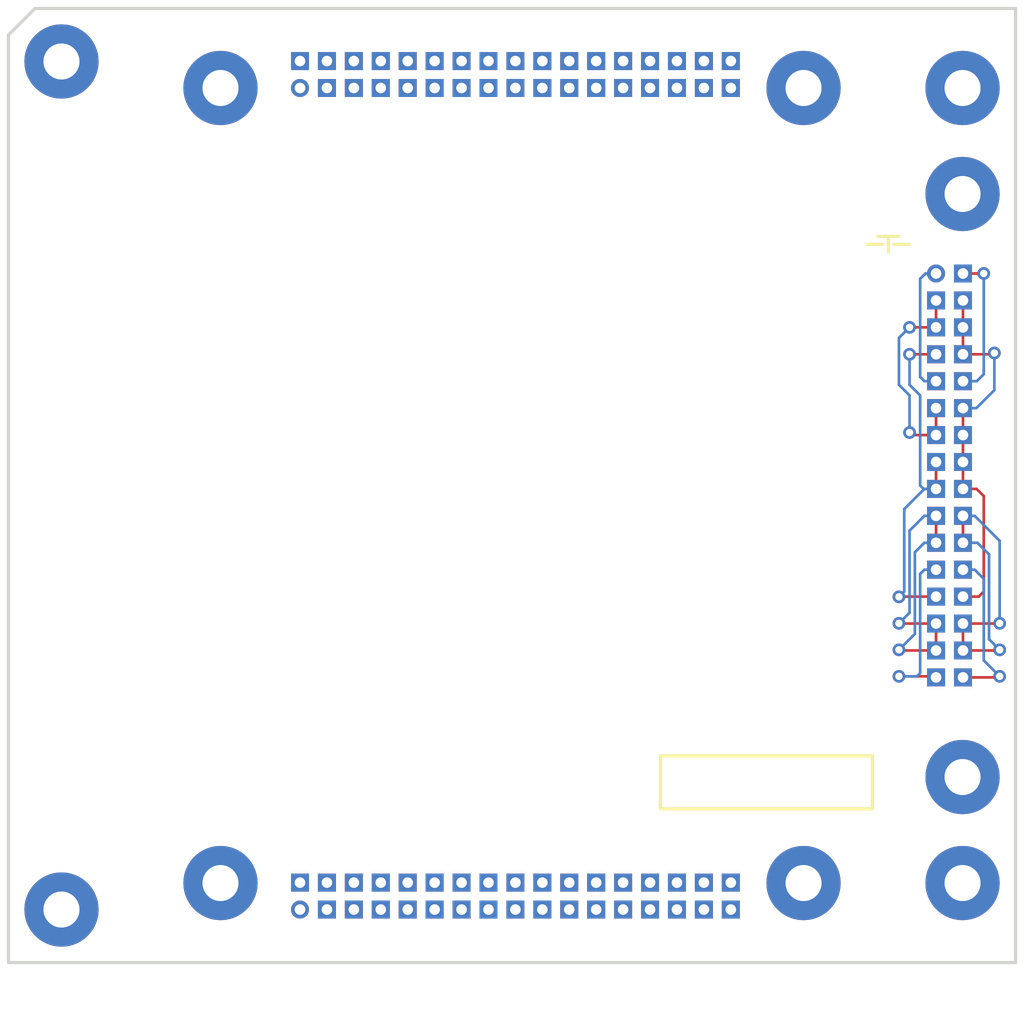
<source format=kicad_pcb>
(kicad_pcb (version 20171130) (host pcbnew "(5.0.0)")

  (general
    (thickness 1.6)
    (drawings 5)
    (tracks 102)
    (zones 0)
    (modules 3)
    (nets 78)
  )

  (page A4)
  (layers
    (0 F.Cu signal)
    (31 B.Cu signal)
    (32 B.Adhes user)
    (33 F.Adhes user)
    (34 B.Paste user)
    (35 F.Paste user)
    (36 B.SilkS user)
    (37 F.SilkS user)
    (38 B.Mask user)
    (39 F.Mask user)
    (40 Dwgs.User user)
    (41 Cmts.User user)
    (42 Eco1.User user)
    (43 Eco2.User user)
    (44 Edge.Cuts user)
    (45 Margin user)
    (46 B.CrtYd user)
    (47 F.CrtYd user)
    (48 B.Fab user)
    (49 F.Fab user)
  )

  (setup
    (last_trace_width 0.25)
    (trace_clearance 0.2)
    (zone_clearance 0.508)
    (zone_45_only no)
    (trace_min 0.2)
    (segment_width 0.2)
    (edge_width 0.3)
    (via_size 1.2)
    (via_drill 0.7)
    (via_min_size 0.4)
    (via_min_drill 0.3)
    (uvia_size 0.3)
    (uvia_drill 0.1)
    (uvias_allowed no)
    (uvia_min_size 0.2)
    (uvia_min_drill 0.1)
    (pcb_text_width 0.3)
    (pcb_text_size 1.5 1.5)
    (mod_edge_width 0.15)
    (mod_text_size 1 1)
    (mod_text_width 0.15)
    (pad_size 1.524 1.524)
    (pad_drill 0.762)
    (pad_to_mask_clearance 0.2)
    (aux_axis_origin 0 0)
    (visible_elements 7FFFFFFF)
    (pcbplotparams
      (layerselection 0x010fc_ffffffff)
      (usegerberextensions false)
      (usegerberattributes false)
      (usegerberadvancedattributes false)
      (creategerberjobfile false)
      (excludeedgelayer true)
      (linewidth 0.100000)
      (plotframeref false)
      (viasonmask false)
      (mode 1)
      (useauxorigin false)
      (hpglpennumber 1)
      (hpglpenspeed 20)
      (hpglpendiameter 15.000000)
      (psnegative false)
      (psa4output false)
      (plotreference true)
      (plotvalue true)
      (plotinvisibletext false)
      (padsonsilk false)
      (subtractmaskfromsilk false)
      (outputformat 1)
      (mirror false)
      (drillshape 1)
      (scaleselection 1)
      (outputdirectory ""))
  )

  (net 0 "")
  (net 1 "Net-(X1-Pad1)")
  (net 2 "Net-(X1-Pad2)")
  (net 3 +3.3)
  (net 4 GND)
  (net 5 +5)
  (net 6 "Net-(X1-Pad16)")
  (net 7 "Net-(X1-Pad15)")
  (net 8 "Net-(X1-Pad2.23)")
  (net 9 "Net-(X1-Pad2.8)")
  (net 10 "Net-(X1-Pad2.14)")
  (net 11 "Net-(X1-Pad2.24)")
  (net 12 "Net-(X1-Pad2.12)")
  (net 13 "Net-(X1-Pad2.3)")
  (net 14 "Net-(X1-Pad2.2)")
  (net 15 "Net-(X1-Pad2.31)")
  (net 16 "Net-(X1-Pad2.18)")
  (net 17 "Net-(X1-Pad2.28)")
  (net 18 "Net-(X1-Pad2.32)")
  (net 19 "Net-(X1-Pad2.34)")
  (net 20 "Net-(X1-Pad2.1)")
  (net 21 "Net-(X1-Pad2.6)")
  (net 22 "Net-(X1-Pad2.13)")
  (net 23 "Net-(X1-Pad2.33)")
  (net 24 "Net-(X1-Pad2.22)")
  (net 25 "Net-(X1-Pad2.19)")
  (net 26 "Net-(X1-Pad2.7)")
  (net 27 "Net-(X1-Pad2.4)")
  (net 28 "Net-(X1-Pad2.20)")
  (net 29 "Net-(X1-Pad2.29)")
  (net 30 "Net-(X1-Pad2.10)")
  (net 31 "Net-(X1-Pad2.16)")
  (net 32 "Net-(X1-Pad2.26)")
  (net 33 "Net-(X1-Pad2.17)")
  (net 34 "Net-(X1-Pad2.11)")
  (net 35 "Net-(X1-Pad2.30)")
  (net 36 "Net-(X1-Pad2.25)")
  (net 37 "Net-(X1-Pad2.9)")
  (net 38 "Net-(X1-Pad2.21)")
  (net 39 "Net-(X1-Pad2.27)")
  (net 40 "Net-(X1-Pad2.15)")
  (net 41 "Net-(X1-Pad2.5)")
  (net 42 "Net-(X1-Pad1.34)")
  (net 43 "Net-(X1-Pad1.32)")
  (net 44 "Net-(X1-Pad1.30)")
  (net 45 "Net-(X1-Pad1.28)")
  (net 46 "Net-(X1-Pad1.26)")
  (net 47 "Net-(X1-Pad1.24)")
  (net 48 "Net-(X1-Pad1.22)")
  (net 49 "Net-(X1-Pad1.20)")
  (net 50 "Net-(X1-Pad1.18)")
  (net 51 "Net-(X1-Pad1.16)")
  (net 52 "Net-(X1-Pad1.14)")
  (net 53 "Net-(X1-Pad1.12)")
  (net 54 "Net-(X1-Pad1.10)")
  (net 55 "Net-(X1-Pad1.8)")
  (net 56 "Net-(X1-Pad1.6)")
  (net 57 "Net-(X1-Pad1.4)")
  (net 58 "Net-(X1-Pad1.2)")
  (net 59 "Net-(X1-Pad1.33)")
  (net 60 "Net-(X1-Pad1.31)")
  (net 61 "Net-(X1-Pad1.29)")
  (net 62 "Net-(X1-Pad1.27)")
  (net 63 "Net-(X1-Pad1.25)")
  (net 64 "Net-(X1-Pad1.23)")
  (net 65 "Net-(X1-Pad1.21)")
  (net 66 "Net-(X1-Pad1.19)")
  (net 67 "Net-(X1-Pad1.17)")
  (net 68 "Net-(X1-Pad1.15)")
  (net 69 "Net-(X1-Pad1.13)")
  (net 70 "Net-(X1-Pad1.11)")
  (net 71 "Net-(X1-Pad1.9)")
  (net 72 "Net-(X1-Pad1.7)")
  (net 73 "Net-(X1-Pad1.5)")
  (net 74 "Net-(X1-Pad1.3)")
  (net 75 "Net-(X1-Pad1.1)")
  (net 76 0В)
  (net 77 +24)

  (net_class Default "Это класс цепей по умолчанию."
    (clearance 0.2)
    (trace_width 0.25)
    (via_dia 1.2)
    (via_drill 0.7)
    (uvia_dia 0.3)
    (uvia_drill 0.1)
    (add_net +24)
    (add_net +3.3)
    (add_net +5)
    (add_net 0В)
    (add_net GND)
    (add_net "Net-(X1-Pad1)")
    (add_net "Net-(X1-Pad1.1)")
    (add_net "Net-(X1-Pad1.10)")
    (add_net "Net-(X1-Pad1.11)")
    (add_net "Net-(X1-Pad1.12)")
    (add_net "Net-(X1-Pad1.13)")
    (add_net "Net-(X1-Pad1.14)")
    (add_net "Net-(X1-Pad1.15)")
    (add_net "Net-(X1-Pad1.16)")
    (add_net "Net-(X1-Pad1.17)")
    (add_net "Net-(X1-Pad1.18)")
    (add_net "Net-(X1-Pad1.19)")
    (add_net "Net-(X1-Pad1.2)")
    (add_net "Net-(X1-Pad1.20)")
    (add_net "Net-(X1-Pad1.21)")
    (add_net "Net-(X1-Pad1.22)")
    (add_net "Net-(X1-Pad1.23)")
    (add_net "Net-(X1-Pad1.24)")
    (add_net "Net-(X1-Pad1.25)")
    (add_net "Net-(X1-Pad1.26)")
    (add_net "Net-(X1-Pad1.27)")
    (add_net "Net-(X1-Pad1.28)")
    (add_net "Net-(X1-Pad1.29)")
    (add_net "Net-(X1-Pad1.3)")
    (add_net "Net-(X1-Pad1.30)")
    (add_net "Net-(X1-Pad1.31)")
    (add_net "Net-(X1-Pad1.32)")
    (add_net "Net-(X1-Pad1.33)")
    (add_net "Net-(X1-Pad1.34)")
    (add_net "Net-(X1-Pad1.4)")
    (add_net "Net-(X1-Pad1.5)")
    (add_net "Net-(X1-Pad1.6)")
    (add_net "Net-(X1-Pad1.7)")
    (add_net "Net-(X1-Pad1.8)")
    (add_net "Net-(X1-Pad1.9)")
    (add_net "Net-(X1-Pad15)")
    (add_net "Net-(X1-Pad16)")
    (add_net "Net-(X1-Pad2)")
    (add_net "Net-(X1-Pad2.1)")
    (add_net "Net-(X1-Pad2.10)")
    (add_net "Net-(X1-Pad2.11)")
    (add_net "Net-(X1-Pad2.12)")
    (add_net "Net-(X1-Pad2.13)")
    (add_net "Net-(X1-Pad2.14)")
    (add_net "Net-(X1-Pad2.15)")
    (add_net "Net-(X1-Pad2.16)")
    (add_net "Net-(X1-Pad2.17)")
    (add_net "Net-(X1-Pad2.18)")
    (add_net "Net-(X1-Pad2.19)")
    (add_net "Net-(X1-Pad2.2)")
    (add_net "Net-(X1-Pad2.20)")
    (add_net "Net-(X1-Pad2.21)")
    (add_net "Net-(X1-Pad2.22)")
    (add_net "Net-(X1-Pad2.23)")
    (add_net "Net-(X1-Pad2.24)")
    (add_net "Net-(X1-Pad2.25)")
    (add_net "Net-(X1-Pad2.26)")
    (add_net "Net-(X1-Pad2.27)")
    (add_net "Net-(X1-Pad2.28)")
    (add_net "Net-(X1-Pad2.29)")
    (add_net "Net-(X1-Pad2.3)")
    (add_net "Net-(X1-Pad2.30)")
    (add_net "Net-(X1-Pad2.31)")
    (add_net "Net-(X1-Pad2.32)")
    (add_net "Net-(X1-Pad2.33)")
    (add_net "Net-(X1-Pad2.34)")
    (add_net "Net-(X1-Pad2.4)")
    (add_net "Net-(X1-Pad2.5)")
    (add_net "Net-(X1-Pad2.6)")
    (add_net "Net-(X1-Pad2.7)")
    (add_net "Net-(X1-Pad2.8)")
    (add_net "Net-(X1-Pad2.9)")
  )

  (module MOTOR_ICO:Заготовка_PC104 (layer F.Cu) (tedit 5BD9AFD9) (tstamp 5BD30EFD)
    (at 119.5 130)
    (path /5BD79802)
    (fp_text reference X1 (at 82.5 -92.5) (layer F.SilkS) hide
      (effects (font (size 1 1) (thickness 0.15)))
    )
    (fp_text value Заготовка_PC104 (at 6.35 3.81) (layer F.Fab)
      (effects (font (size 1 1) (thickness 0.15)))
    )
    (fp_line (start 2.5 -90) (end 95 -90) (layer B.Mask) (width 1.6))
    (fp_line (start 0 -87.5) (end 2.5 -90) (layer B.Mask) (width 1.6))
    (fp_line (start 0 0) (end 0 -87.5) (layer B.Mask) (width 1.6))
    (fp_line (start 0 0) (end 95 0) (layer B.Mask) (width 1.6))
    (fp_line (start 95 -90) (end 95 0) (layer B.Mask) (width 1.6))
    (fp_line (start 2.5 -90) (end 95 -90) (layer B.Mask) (width 1.6))
    (fp_line (start 2.5 -90) (end 95 -90) (layer F.Mask) (width 1.6))
    (fp_line (start 0 -87.5) (end 2.5 -90) (layer F.Mask) (width 1.6))
    (fp_line (start 0 0) (end 0 -87.5) (layer F.Mask) (width 1.6))
    (fp_line (start 95 0) (end 0 0) (layer F.Mask) (width 1.6))
    (fp_line (start 95 0) (end 95 -90) (layer F.Mask) (width 1.6))
    (pad 0 thru_hole circle (at 90 -17.5) (size 7 7) (drill 3.4) (layers *.Cu *.Mask))
    (pad 0 thru_hole circle (at 90 -72.5) (size 7 7) (drill 3.4) (layers *.Cu *.Mask))
    (pad 0 thru_hole circle (at 75 -7.5) (size 7 7) (drill 3.4) (layers *.Cu *.Mask))
    (pad 0 thru_hole circle (at 20 -7.5) (size 7 7) (drill 3.4) (layers *.Cu *.Mask))
    (pad 0 thru_hole circle (at 75 -82.5) (size 7 7) (drill 3.4) (layers *.Cu *.Mask))
    (pad 0 thru_hole circle (at 20 -82.5) (size 7 7) (drill 3.4) (layers *.Cu *.Mask))
    (pad 2.23 thru_hole rect (at 55.44 -5) (size 1.7 1.7) (drill 1) (layers *.Cu *.Mask)
      (net 8 "Net-(X1-Pad2.23)"))
    (pad 2.8 thru_hole rect (at 35.12 -7.54) (size 1.7 1.7) (drill 1) (layers *.Cu *.Mask)
      (net 9 "Net-(X1-Pad2.8)"))
    (pad 2.14 thru_hole rect (at 42.74 -7.54) (size 1.7 1.7) (drill 1) (layers *.Cu *.Mask)
      (net 10 "Net-(X1-Pad2.14)"))
    (pad 2.24 thru_hole rect (at 55.44 -7.54) (size 1.7 1.7) (drill 1) (layers *.Cu *.Mask)
      (net 11 "Net-(X1-Pad2.24)"))
    (pad 2.12 thru_hole rect (at 40.2 -7.54) (size 1.7 1.7) (drill 1) (layers *.Cu *.Mask)
      (net 12 "Net-(X1-Pad2.12)"))
    (pad 2.3 thru_hole rect (at 30.04 -5) (size 1.7 1.7) (drill 1) (layers *.Cu *.Mask)
      (net 13 "Net-(X1-Pad2.3)"))
    (pad 2.2 thru_hole rect (at 27.5 -7.54) (size 1.7 1.7) (drill 1) (layers *.Cu *.Mask)
      (net 14 "Net-(X1-Pad2.2)"))
    (pad 2.31 thru_hole rect (at 65.6 -5) (size 1.7 1.7) (drill 1) (layers *.Cu *.Mask)
      (net 15 "Net-(X1-Pad2.31)"))
    (pad 2.18 thru_hole rect (at 47.82 -7.54) (size 1.7 1.7) (drill 1) (layers *.Cu *.Mask)
      (net 16 "Net-(X1-Pad2.18)"))
    (pad 2.28 thru_hole rect (at 60.52 -7.54) (size 1.7 1.7) (drill 1) (layers *.Cu *.Mask)
      (net 17 "Net-(X1-Pad2.28)"))
    (pad 2.32 thru_hole rect (at 65.6 -7.54) (size 1.7 1.7) (drill 1) (layers *.Cu *.Mask)
      (net 18 "Net-(X1-Pad2.32)"))
    (pad 2.34 thru_hole rect (at 68.14 -7.54) (size 1.7 1.7) (drill 1) (layers *.Cu *.Mask)
      (net 19 "Net-(X1-Pad2.34)"))
    (pad 2.1 thru_hole circle (at 27.5 -5) (size 1.7 1.7) (drill 1) (layers *.Cu *.Mask)
      (net 20 "Net-(X1-Pad2.1)"))
    (pad 2.6 thru_hole rect (at 32.58 -7.54) (size 1.7 1.7) (drill 1) (layers *.Cu *.Mask)
      (net 21 "Net-(X1-Pad2.6)"))
    (pad 2.13 thru_hole rect (at 42.74 -5) (size 1.7 1.7) (drill 1) (layers *.Cu *.Mask)
      (net 22 "Net-(X1-Pad2.13)"))
    (pad 2.33 thru_hole rect (at 68.14 -5) (size 1.7 1.7) (drill 1) (layers *.Cu *.Mask)
      (net 23 "Net-(X1-Pad2.33)"))
    (pad 2.22 thru_hole rect (at 52.9 -7.54) (size 1.7 1.7) (drill 1) (layers *.Cu *.Mask)
      (net 24 "Net-(X1-Pad2.22)"))
    (pad 2.19 thru_hole rect (at 50.36 -5) (size 1.7 1.7) (drill 1) (layers *.Cu *.Mask)
      (net 25 "Net-(X1-Pad2.19)"))
    (pad 2.7 thru_hole rect (at 35.12 -5) (size 1.7 1.7) (drill 1) (layers *.Cu *.Mask)
      (net 26 "Net-(X1-Pad2.7)"))
    (pad 2.4 thru_hole rect (at 30.04 -7.54) (size 1.7 1.7) (drill 1) (layers *.Cu *.Mask)
      (net 27 "Net-(X1-Pad2.4)"))
    (pad 2.20 thru_hole rect (at 50.36 -7.54) (size 1.7 1.7) (drill 1) (layers *.Cu *.Mask)
      (net 28 "Net-(X1-Pad2.20)"))
    (pad 2.29 thru_hole rect (at 63.06 -5) (size 1.7 1.7) (drill 1) (layers *.Cu *.Mask)
      (net 29 "Net-(X1-Pad2.29)"))
    (pad 2.10 thru_hole rect (at 37.66 -7.54) (size 1.7 1.7) (drill 1) (layers *.Cu *.Mask)
      (net 30 "Net-(X1-Pad2.10)"))
    (pad 2.16 thru_hole rect (at 45.28 -7.54) (size 1.7 1.7) (drill 1) (layers *.Cu *.Mask)
      (net 31 "Net-(X1-Pad2.16)"))
    (pad 2.26 thru_hole rect (at 57.98 -7.54) (size 1.7 1.7) (drill 1) (layers *.Cu *.Mask)
      (net 32 "Net-(X1-Pad2.26)"))
    (pad 2.17 thru_hole rect (at 47.82 -5) (size 1.7 1.7) (drill 1) (layers *.Cu *.Mask)
      (net 33 "Net-(X1-Pad2.17)"))
    (pad 2.11 thru_hole rect (at 40.2 -5) (size 1.7 1.7) (drill 1) (layers *.Cu *.Mask)
      (net 34 "Net-(X1-Pad2.11)"))
    (pad 2.30 thru_hole rect (at 63.06 -7.54) (size 1.7 1.7) (drill 1) (layers *.Cu *.Mask)
      (net 35 "Net-(X1-Pad2.30)"))
    (pad 2.25 thru_hole rect (at 57.98 -5) (size 1.7 1.7) (drill 1) (layers *.Cu *.Mask)
      (net 36 "Net-(X1-Pad2.25)"))
    (pad 2.9 thru_hole rect (at 37.66 -5) (size 1.7 1.7) (drill 1) (layers *.Cu *.Mask)
      (net 37 "Net-(X1-Pad2.9)"))
    (pad 2.21 thru_hole rect (at 52.9 -5) (size 1.7 1.7) (drill 1) (layers *.Cu *.Mask)
      (net 38 "Net-(X1-Pad2.21)"))
    (pad 2.27 thru_hole rect (at 60.52 -5) (size 1.7 1.7) (drill 1) (layers *.Cu *.Mask)
      (net 39 "Net-(X1-Pad2.27)"))
    (pad 2.15 thru_hole rect (at 45.28 -5) (size 1.7 1.7) (drill 1) (layers *.Cu *.Mask)
      (net 40 "Net-(X1-Pad2.15)"))
    (pad 2.5 thru_hole rect (at 32.58 -5) (size 1.7 1.7) (drill 1) (layers *.Cu *.Mask)
      (net 41 "Net-(X1-Pad2.5)"))
    (pad 1.34 thru_hole rect (at 68.14 -85.04) (size 1.7 1.7) (drill 1) (layers *.Cu *.Mask)
      (net 42 "Net-(X1-Pad1.34)"))
    (pad 1.32 thru_hole rect (at 65.6 -85.04) (size 1.7 1.7) (drill 1) (layers *.Cu *.Mask)
      (net 43 "Net-(X1-Pad1.32)"))
    (pad 1.30 thru_hole rect (at 63.06 -85.04) (size 1.7 1.7) (drill 1) (layers *.Cu *.Mask)
      (net 44 "Net-(X1-Pad1.30)"))
    (pad 1.28 thru_hole rect (at 60.52 -85.04) (size 1.7 1.7) (drill 1) (layers *.Cu *.Mask)
      (net 45 "Net-(X1-Pad1.28)"))
    (pad 1.26 thru_hole rect (at 57.98 -85.04) (size 1.7 1.7) (drill 1) (layers *.Cu *.Mask)
      (net 46 "Net-(X1-Pad1.26)"))
    (pad 1.24 thru_hole rect (at 55.44 -85.04) (size 1.7 1.7) (drill 1) (layers *.Cu *.Mask)
      (net 47 "Net-(X1-Pad1.24)"))
    (pad 1.22 thru_hole rect (at 52.9 -85.04) (size 1.7 1.7) (drill 1) (layers *.Cu *.Mask)
      (net 48 "Net-(X1-Pad1.22)"))
    (pad 1.20 thru_hole rect (at 50.36 -85.04) (size 1.7 1.7) (drill 1) (layers *.Cu *.Mask)
      (net 49 "Net-(X1-Pad1.20)"))
    (pad 1.18 thru_hole rect (at 47.82 -85.04) (size 1.7 1.7) (drill 1) (layers *.Cu *.Mask)
      (net 50 "Net-(X1-Pad1.18)"))
    (pad 1.16 thru_hole rect (at 45.28 -85.04) (size 1.7 1.7) (drill 1) (layers *.Cu *.Mask)
      (net 51 "Net-(X1-Pad1.16)"))
    (pad 1.14 thru_hole rect (at 42.74 -85.04) (size 1.7 1.7) (drill 1) (layers *.Cu *.Mask)
      (net 52 "Net-(X1-Pad1.14)"))
    (pad 1.12 thru_hole rect (at 40.2 -85.04) (size 1.7 1.7) (drill 1) (layers *.Cu *.Mask)
      (net 53 "Net-(X1-Pad1.12)"))
    (pad 1.10 thru_hole rect (at 37.66 -85.04) (size 1.7 1.7) (drill 1) (layers *.Cu *.Mask)
      (net 54 "Net-(X1-Pad1.10)"))
    (pad 1.8 thru_hole rect (at 35.12 -85.04) (size 1.7 1.7) (drill 1) (layers *.Cu *.Mask)
      (net 55 "Net-(X1-Pad1.8)"))
    (pad 1.6 thru_hole rect (at 32.58 -85.04) (size 1.7 1.7) (drill 1) (layers *.Cu *.Mask)
      (net 56 "Net-(X1-Pad1.6)"))
    (pad 1.4 thru_hole rect (at 30.04 -85.04) (size 1.7 1.7) (drill 1) (layers *.Cu *.Mask)
      (net 57 "Net-(X1-Pad1.4)"))
    (pad 1.2 thru_hole rect (at 27.5 -85.04) (size 1.7 1.7) (drill 1) (layers *.Cu *.Mask)
      (net 58 "Net-(X1-Pad1.2)"))
    (pad 1.33 thru_hole rect (at 68.14 -82.5) (size 1.7 1.7) (drill 1) (layers *.Cu *.Mask)
      (net 59 "Net-(X1-Pad1.33)"))
    (pad 1.31 thru_hole rect (at 65.6 -82.5) (size 1.7 1.7) (drill 1) (layers *.Cu *.Mask)
      (net 60 "Net-(X1-Pad1.31)"))
    (pad 1.29 thru_hole rect (at 63.06 -82.5) (size 1.7 1.7) (drill 1) (layers *.Cu *.Mask)
      (net 61 "Net-(X1-Pad1.29)"))
    (pad 1.27 thru_hole rect (at 60.52 -82.5) (size 1.7 1.7) (drill 1) (layers *.Cu *.Mask)
      (net 62 "Net-(X1-Pad1.27)"))
    (pad 1.25 thru_hole rect (at 57.98 -82.5) (size 1.7 1.7) (drill 1) (layers *.Cu *.Mask)
      (net 63 "Net-(X1-Pad1.25)"))
    (pad 1.23 thru_hole rect (at 55.44 -82.5) (size 1.7 1.7) (drill 1) (layers *.Cu *.Mask)
      (net 64 "Net-(X1-Pad1.23)"))
    (pad 1.21 thru_hole rect (at 52.9 -82.5) (size 1.7 1.7) (drill 1) (layers *.Cu *.Mask)
      (net 65 "Net-(X1-Pad1.21)"))
    (pad 1.19 thru_hole rect (at 50.36 -82.5) (size 1.7 1.7) (drill 1) (layers *.Cu *.Mask)
      (net 66 "Net-(X1-Pad1.19)"))
    (pad 1.17 thru_hole rect (at 47.82 -82.5) (size 1.7 1.7) (drill 1) (layers *.Cu *.Mask)
      (net 67 "Net-(X1-Pad1.17)"))
    (pad 1.15 thru_hole rect (at 45.28 -82.5) (size 1.7 1.7) (drill 1) (layers *.Cu *.Mask)
      (net 68 "Net-(X1-Pad1.15)"))
    (pad 1.13 thru_hole rect (at 42.74 -82.5) (size 1.7 1.7) (drill 1) (layers *.Cu *.Mask)
      (net 69 "Net-(X1-Pad1.13)"))
    (pad 1.11 thru_hole rect (at 40.2 -82.5) (size 1.7 1.7) (drill 1) (layers *.Cu *.Mask)
      (net 70 "Net-(X1-Pad1.11)"))
    (pad 1.9 thru_hole rect (at 37.66 -82.5) (size 1.7 1.7) (drill 1) (layers *.Cu *.Mask)
      (net 71 "Net-(X1-Pad1.9)"))
    (pad 1.7 thru_hole rect (at 35.12 -82.5) (size 1.7 1.7) (drill 1) (layers *.Cu *.Mask)
      (net 72 "Net-(X1-Pad1.7)"))
    (pad 1.5 thru_hole rect (at 32.58 -82.5) (size 1.7 1.7) (drill 1) (layers *.Cu *.Mask)
      (net 73 "Net-(X1-Pad1.5)"))
    (pad 1.3 thru_hole rect (at 30.04 -82.5) (size 1.7 1.7) (drill 1) (layers *.Cu *.Mask)
      (net 74 "Net-(X1-Pad1.3)"))
    (pad 1.1 thru_hole circle (at 27.5 -82.5) (size 1.7 1.7) (drill 1) (layers *.Cu *.Mask)
      (net 75 "Net-(X1-Pad1.1)"))
    (pad 16 thru_hole rect (at 90.04 -26.9) (size 1.7 1.7) (drill 1) (layers *.Cu *.Mask)
      (net 6 "Net-(X1-Pad16)"))
    (pad 15 thru_hole rect (at 87.5 -26.9) (size 1.7 1.7) (drill 1) (layers *.Cu *.Mask)
      (net 7 "Net-(X1-Pad15)"))
    (pad 14 thru_hole rect (at 90.04 -29.44) (size 1.7 1.7) (drill 1) (layers *.Cu *.Mask)
      (net 76 0В))
    (pad 13 thru_hole rect (at 87.5 -29.44) (size 1.7 1.7) (drill 1) (layers *.Cu *.Mask)
      (net 77 +24))
    (pad 12 thru_hole rect (at 90.04 -31.98) (size 1.7 1.7) (drill 1) (layers *.Cu *.Mask)
      (net 76 0В))
    (pad 11 thru_hole rect (at 87.5 -31.98) (size 1.7 1.7) (drill 1) (layers *.Cu *.Mask)
      (net 77 +24))
    (pad 10 thru_hole rect (at 90.04 -34.52) (size 1.7 1.7) (drill 1) (layers *.Cu *.Mask)
      (net 4 GND))
    (pad 9 thru_hole rect (at 87.5 -34.52) (size 1.7 1.7) (drill 1) (layers *.Cu *.Mask)
      (net 5 +5))
    (pad 16 thru_hole rect (at 90.04 -37.06) (size 1.7 1.7) (drill 1) (layers *.Cu *.Mask)
      (net 6 "Net-(X1-Pad16)"))
    (pad 15 thru_hole rect (at 87.5 -37.06) (size 1.7 1.7) (drill 1) (layers *.Cu *.Mask)
      (net 7 "Net-(X1-Pad15)"))
    (pad 14 thru_hole rect (at 90.04 -39.6) (size 1.7 1.7) (drill 1) (layers *.Cu *.Mask)
      (net 76 0В))
    (pad 13 thru_hole rect (at 87.5 -39.6) (size 1.7 1.7) (drill 1) (layers *.Cu *.Mask)
      (net 77 +24))
    (pad 12 thru_hole rect (at 90.04 -42.14) (size 1.7 1.7) (drill 1) (layers *.Cu *.Mask)
      (net 76 0В))
    (pad 11 thru_hole rect (at 87.5 -42.14) (size 1.7 1.7) (drill 1) (layers *.Cu *.Mask)
      (net 77 +24))
    (pad 10 thru_hole rect (at 90.04 -44.68) (size 1.7 1.7) (drill 1) (layers *.Cu *.Mask)
      (net 4 GND))
    (pad 9 thru_hole rect (at 87.5 -44.68) (size 1.7 1.7) (drill 1) (layers *.Cu *.Mask)
      (net 5 +5))
    (pad 8 thru_hole rect (at 90.04 -47.22) (size 1.7 1.7) (drill 1) (layers *.Cu *.Mask)
      (net 4 GND))
    (pad 7 thru_hole rect (at 87.5 -47.22) (size 1.7 1.7) (drill 1) (layers *.Cu *.Mask)
      (net 5 +5))
    (pad 6 thru_hole rect (at 90.04 -49.76) (size 1.7 1.7) (drill 1) (layers *.Cu *.Mask)
      (net 4 GND))
    (pad 5 thru_hole rect (at 87.5 -49.76) (size 1.7 1.7) (drill 1) (layers *.Cu *.Mask)
      (net 3 +3.3))
    (pad 4 thru_hole rect (at 90.04 -52.3) (size 1.7 1.7) (drill 1) (layers *.Cu *.Mask)
      (net 4 GND))
    (pad 3 thru_hole rect (at 87.5 -52.3) (size 1.7 1.7) (drill 1) (layers *.Cu *.Mask)
      (net 3 +3.3))
    (pad 2 thru_hole rect (at 90.04 -54.84) (size 1.7 1.7) (drill 1) (layers *.Cu *.Mask)
      (net 2 "Net-(X1-Pad2)"))
    (pad 1 thru_hole rect (at 87.5 -54.84) (size 1.7 1.7) (drill 1) (layers *.Cu *.Mask)
      (net 1 "Net-(X1-Pad1)"))
    (pad 8 thru_hole rect (at 90.04 -57.38) (size 1.7 1.7) (drill 1) (layers *.Cu *.Mask)
      (net 4 GND))
    (pad 7 thru_hole rect (at 87.5 -57.38) (size 1.7 1.7) (drill 1) (layers *.Cu *.Mask)
      (net 5 +5))
    (pad 6 thru_hole rect (at 90.04 -59.92) (size 1.7 1.7) (drill 1) (layers *.Cu *.Mask)
      (net 4 GND))
    (pad 5 thru_hole rect (at 87.5 -59.92) (size 1.7 1.7) (drill 1) (layers *.Cu *.Mask)
      (net 3 +3.3))
    (pad 4 thru_hole rect (at 90.04 -62.46) (size 1.7 1.7) (drill 1) (layers *.Cu *.Mask)
      (net 4 GND))
    (pad 3 thru_hole rect (at 87.5 -62.46) (size 1.7 1.7) (drill 1) (layers *.Cu *.Mask)
      (net 3 +3.3))
    (pad 2 thru_hole rect (at 90.04 -65) (size 1.7 1.7) (drill 1) (layers *.Cu *.Mask)
      (net 2 "Net-(X1-Pad2)"))
    (pad 1 thru_hole circle (at 87.5 -65) (size 1.7 1.7) (drill 1) (layers *.Cu *.Mask)
      (net 1 "Net-(X1-Pad1)"))
    (pad 0 thru_hole circle (at 90 -7.5) (size 7 7) (drill 3.4) (layers *.Cu *.Mask))
    (pad 0 thru_hole circle (at 90 -82.5) (size 7 7) (drill 3.4) (layers *.Cu *.Mask))
    (pad 0 thru_hole circle (at 5 -5) (size 7 7) (drill 3.4) (layers *.Cu *.Mask))
    (pad 0 thru_hole circle (at 5 -85) (size 7 7) (drill 3.4) (layers *.Cu *.Mask))
  )

  (module MOTOR_ICO:Заводской_номер_5х20 (layer F.Cu) (tedit 5B57156E) (tstamp 5BD30E46)
    (at 191 113)
    (fp_text reference REF** (at 8 -3.5) (layer F.SilkS) hide
      (effects (font (size 1 1) (thickness 0.15)))
    )
    (fp_text value Заводской_номер_5х20 (at 0.5 3.5) (layer F.Fab) hide
      (effects (font (size 1 1) (thickness 0.15)))
    )
    (fp_line (start 10 -2.5) (end -10 -2.5) (layer F.SilkS) (width 0.3))
    (fp_line (start 10 2.5) (end 10 -2.5) (layer F.SilkS) (width 0.3))
    (fp_line (start -10 2.5) (end 10 2.5) (layer F.SilkS) (width 0.3))
    (fp_line (start -10 -2.5) (end -10 2.5) (layer F.SilkS) (width 0.3))
    (pad "" smd rect (at 0 0) (size 19.3 4.3) (layers F.Mask))
  )

  (module MOTOR_ICO:Знак_МОТОР_micro (layer F.Cu) (tedit 5B6088E9) (tstamp 5BD31008)
    (at 202.5 61.5)
    (fp_text reference Ref** (at 3.5 3) (layer F.Fab) hide
      (effects (font (size 1 1) (thickness 0.15)))
    )
    (fp_text value icon_motor_micro (at 0 2) (layer F.Fab)
      (effects (font (size 1 1) (thickness 0.15)))
    )
    (fp_line (start 0 0) (end 1 0) (layer F.SilkS) (width 0.3))
    (fp_line (start 0 0) (end -1 0) (layer F.SilkS) (width 0.3))
    (fp_line (start 0 0) (end 0 1.5) (layer F.SilkS) (width 0.3))
    (fp_line (start 0.5 0.75) (end 2 0.75) (layer F.SilkS) (width 0.3))
    (fp_line (start -0.5 0.75) (end -2 0.75) (layer F.SilkS) (width 0.3))
  )

  (gr_line (start 214.5 130) (end 214.5 40) (layer Edge.Cuts) (width 0.3))
  (gr_line (start 119.5 130) (end 214.5 130) (layer Edge.Cuts) (width 0.3))
  (gr_line (start 119.5 42.5) (end 119.5 130) (layer Edge.Cuts) (width 0.3))
  (gr_line (start 122 40) (end 119.5 42.5) (layer Edge.Cuts) (width 0.3))
  (gr_line (start 214.5 40) (end 122 40) (layer Edge.Cuts) (width 0.3))

  (segment (start 205.9 75.16) (end 205.5 74.76) (width 0.25) (layer B.Cu) (net 1))
  (segment (start 207 75.16) (end 205.9 75.16) (width 0.25) (layer B.Cu) (net 1))
  (segment (start 205.5 65.5) (end 206 65) (width 0.25) (layer B.Cu) (net 1))
  (segment (start 205.5 74.76) (end 205.5 65.5) (width 0.25) (layer B.Cu) (net 1))
  (segment (start 206 65) (end 207 65) (width 0.25) (layer B.Cu) (net 1))
  (segment (start 209.54 65) (end 211.5 65) (width 0.25) (layer F.Cu) (net 2))
  (via (at 211.5 65) (size 1.2) (drill 0.7) (layers F.Cu B.Cu) (net 2))
  (segment (start 211.5 65) (end 211.5 74.5) (width 0.25) (layer B.Cu) (net 2))
  (segment (start 210.84 75.16) (end 209.54 75.16) (width 0.25) (layer B.Cu) (net 2))
  (segment (start 211.5 74.5) (end 210.84 75.16) (width 0.25) (layer B.Cu) (net 2))
  (segment (start 207 67.54) (end 207 70.08) (width 0.25) (layer F.Cu) (net 3))
  (segment (start 207 77.7) (end 207 80.24) (width 0.25) (layer F.Cu) (net 3))
  (via (at 204.5 80) (size 1.2) (drill 0.7) (layers F.Cu B.Cu) (net 3))
  (segment (start 204.74 80.24) (end 204.5 80) (width 0.25) (layer F.Cu) (net 3))
  (segment (start 207 80.24) (end 204.74 80.24) (width 0.25) (layer F.Cu) (net 3))
  (segment (start 204.5 80) (end 204.5 76.5) (width 0.25) (layer B.Cu) (net 3))
  (segment (start 204.5 76.5) (end 203.5 75.5) (width 0.25) (layer B.Cu) (net 3))
  (via (at 204.5 70.08) (size 1.2) (drill 0.7) (layers F.Cu B.Cu) (net 3))
  (segment (start 203.5 71.08) (end 204.5 70.08) (width 0.25) (layer B.Cu) (net 3))
  (segment (start 203.5 75.5) (end 203.5 71.08) (width 0.25) (layer B.Cu) (net 3))
  (segment (start 207 70.08) (end 204.5 70.08) (width 0.25) (layer F.Cu) (net 3))
  (segment (start 209.54 67.54) (end 209.54 70.08) (width 0.25) (layer F.Cu) (net 4))
  (segment (start 209.54 70.08) (end 209.54 72.62) (width 0.25) (layer F.Cu) (net 4))
  (segment (start 209.54 77.7) (end 209.54 80.24) (width 0.25) (layer F.Cu) (net 4))
  (segment (start 209.54 80.24) (end 209.54 82.78) (width 0.25) (layer F.Cu) (net 4))
  (segment (start 209.54 83.88) (end 209.54 85.32) (width 0.25) (layer F.Cu) (net 4))
  (segment (start 209.54 82.78) (end 209.54 83.88) (width 0.25) (layer F.Cu) (net 4))
  (segment (start 209.54 95.48) (end 211.02 95.48) (width 0.25) (layer F.Cu) (net 4))
  (segment (start 211.02 95.48) (end 211.5 95) (width 0.25) (layer F.Cu) (net 4))
  (segment (start 211.5 95) (end 211.5 86) (width 0.25) (layer F.Cu) (net 4))
  (segment (start 210.82 85.32) (end 209.54 85.32) (width 0.25) (layer F.Cu) (net 4))
  (segment (start 211.5 86) (end 210.82 85.32) (width 0.25) (layer F.Cu) (net 4))
  (via (at 212.5 72.5) (size 1.2) (drill 0.7) (layers F.Cu B.Cu) (net 4))
  (segment (start 212.88 72.62) (end 209.54 72.62) (width 0.25) (layer F.Cu) (net 4))
  (segment (start 212.5 72.5) (end 212.88 72.62) (width 0.25) (layer F.Cu) (net 4))
  (segment (start 210.8 77.7) (end 209.54 77.7) (width 0.25) (layer B.Cu) (net 4))
  (segment (start 212.5 76) (end 210.8 77.7) (width 0.25) (layer B.Cu) (net 4))
  (segment (start 212.5 72.5) (end 212.5 76) (width 0.25) (layer B.Cu) (net 4))
  (segment (start 207 83.88) (end 207 85.32) (width 0.25) (layer F.Cu) (net 5))
  (segment (start 207 82.78) (end 207 83.88) (width 0.25) (layer F.Cu) (net 5))
  (via (at 203.5 95.5) (size 1.2) (drill 0.7) (layers F.Cu B.Cu) (net 5))
  (segment (start 203.52 95.48) (end 203.5 95.5) (width 0.25) (layer F.Cu) (net 5))
  (segment (start 207 95.48) (end 203.52 95.48) (width 0.25) (layer F.Cu) (net 5))
  (segment (start 205.9 85.32) (end 207 85.32) (width 0.25) (layer B.Cu) (net 5))
  (segment (start 204 87.22) (end 205.9 85.32) (width 0.25) (layer B.Cu) (net 5))
  (segment (start 204 95) (end 204 87.22) (width 0.25) (layer B.Cu) (net 5))
  (segment (start 203.5 95.5) (end 204 95) (width 0.25) (layer B.Cu) (net 5))
  (segment (start 207 85.32) (end 205.82 85.32) (width 0.25) (layer B.Cu) (net 5))
  (via (at 204.5 72.62) (size 1.2) (drill 0.7) (layers F.Cu B.Cu) (net 5))
  (segment (start 204.5 72.62) (end 207 72.62) (width 0.25) (layer F.Cu) (net 5))
  (segment (start 204.5 72.62) (end 204.5 75.5) (width 0.25) (layer B.Cu) (net 5))
  (segment (start 205.5 76.5) (end 205.5 85) (width 0.25) (layer B.Cu) (net 5))
  (segment (start 204.5 75.5) (end 205.5 76.5) (width 0.25) (layer B.Cu) (net 5))
  (segment (start 205.82 85.32) (end 205.5 85) (width 0.25) (layer B.Cu) (net 5))
  (via (at 213 103) (size 1.2) (drill 0.7) (layers F.Cu B.Cu) (net 6))
  (segment (start 209.54 103.1) (end 212.9 103.1) (width 0.25) (layer F.Cu) (net 6))
  (segment (start 212.9 103.1) (end 213 103) (width 0.25) (layer F.Cu) (net 6))
  (segment (start 210.64 92.94) (end 209.54 92.94) (width 0.25) (layer B.Cu) (net 6))
  (segment (start 211.5 93.8) (end 210.64 92.94) (width 0.25) (layer B.Cu) (net 6))
  (segment (start 211.5 101.5) (end 211.5 93.8) (width 0.25) (layer B.Cu) (net 6))
  (segment (start 213 103) (end 211.5 101.5) (width 0.25) (layer B.Cu) (net 6))
  (segment (start 205.9 92.94) (end 205.5 93.34) (width 0.25) (layer B.Cu) (net 7))
  (segment (start 207 92.94) (end 205.9 92.94) (width 0.25) (layer B.Cu) (net 7))
  (via (at 203.5 103) (size 1.2) (drill 0.7) (layers F.Cu B.Cu) (net 7))
  (segment (start 205.2 103) (end 203.5 103) (width 0.25) (layer B.Cu) (net 7))
  (segment (start 205.5 93.34) (end 205.5 102.7) (width 0.25) (layer B.Cu) (net 7))
  (segment (start 205.5 102.7) (end 205.2 103) (width 0.25) (layer B.Cu) (net 7))
  (segment (start 206.9 103) (end 207 103.1) (width 0.25) (layer F.Cu) (net 7))
  (segment (start 203.5 103) (end 206.9 103) (width 0.25) (layer F.Cu) (net 7))
  (via (at 213 98) (size 1.2) (drill 0.7) (layers F.Cu B.Cu) (net 76))
  (segment (start 209.54 98.02) (end 212.98 98.02) (width 0.25) (layer F.Cu) (net 76))
  (segment (start 212.98 98.02) (end 213 98) (width 0.25) (layer F.Cu) (net 76))
  (segment (start 210.64 87.86) (end 209.54 87.86) (width 0.25) (layer B.Cu) (net 76))
  (segment (start 213 90.22) (end 210.64 87.86) (width 0.25) (layer B.Cu) (net 76))
  (segment (start 213 98) (end 213 90.22) (width 0.25) (layer B.Cu) (net 76))
  (via (at 213 100.5) (size 1.2) (drill 0.7) (layers F.Cu B.Cu) (net 76))
  (segment (start 209.54 100.56) (end 212.94 100.56) (width 0.25) (layer F.Cu) (net 76))
  (segment (start 212.94 100.56) (end 213 100.5) (width 0.25) (layer F.Cu) (net 76))
  (segment (start 210.9 90.4) (end 209.54 90.4) (width 0.25) (layer B.Cu) (net 76))
  (segment (start 212 91.5) (end 210.9 90.4) (width 0.25) (layer B.Cu) (net 76))
  (segment (start 213 100.5) (end 212 99.5) (width 0.25) (layer B.Cu) (net 76))
  (segment (start 212 99.5) (end 212 91.5) (width 0.25) (layer B.Cu) (net 76))
  (segment (start 209.54 98.02) (end 209.54 100.56) (width 0.25) (layer F.Cu) (net 76))
  (segment (start 209.54 88.96) (end 209.54 90.4) (width 0.25) (layer F.Cu) (net 76))
  (segment (start 209.54 87.86) (end 209.54 88.96) (width 0.25) (layer F.Cu) (net 76))
  (via (at 203.5 98) (size 1.2) (drill 0.7) (layers F.Cu B.Cu) (net 77))
  (segment (start 203.52 98.02) (end 203.5 98) (width 0.25) (layer F.Cu) (net 77))
  (segment (start 207 98.02) (end 203.52 98.02) (width 0.25) (layer F.Cu) (net 77))
  (segment (start 205.9 87.86) (end 207 87.86) (width 0.25) (layer B.Cu) (net 77))
  (segment (start 204.5 89.26) (end 205.9 87.86) (width 0.25) (layer B.Cu) (net 77))
  (segment (start 204.5 97) (end 204.5 89.26) (width 0.25) (layer B.Cu) (net 77))
  (segment (start 203.5 98) (end 204.5 97) (width 0.25) (layer B.Cu) (net 77))
  (segment (start 207 99.12) (end 207 100.56) (width 0.25) (layer F.Cu) (net 77))
  (segment (start 207 98.02) (end 207 99.12) (width 0.25) (layer F.Cu) (net 77))
  (segment (start 207 87.86) (end 207 90.4) (width 0.25) (layer F.Cu) (net 77))
  (segment (start 205 91.3) (end 205.9 90.4) (width 0.25) (layer B.Cu) (net 77) (status 1000000))
  (segment (start 205 99) (end 205 91.3) (width 0.25) (layer B.Cu) (net 77) (status 1000000))
  (segment (start 205.9 90.4) (end 207 90.4) (width 0.25) (layer B.Cu) (net 77) (status 1000000))
  (segment (start 203.5 100.5) (end 205 99) (width 0.25) (layer B.Cu) (net 77) (status 1000000))
  (segment (start 207 100.56) (end 203.56 100.56) (width 0.25) (layer F.Cu) (net 77) (status 1000000))
  (segment (start 203.56 100.56) (end 203.5 100.5) (width 0.25) (layer F.Cu) (net 77) (status 1000000))
  (via (at 203.5 100.5) (size 1.2) (drill 0.7) (layers F.Cu B.Cu) (net 77) (status 1000000))

)

</source>
